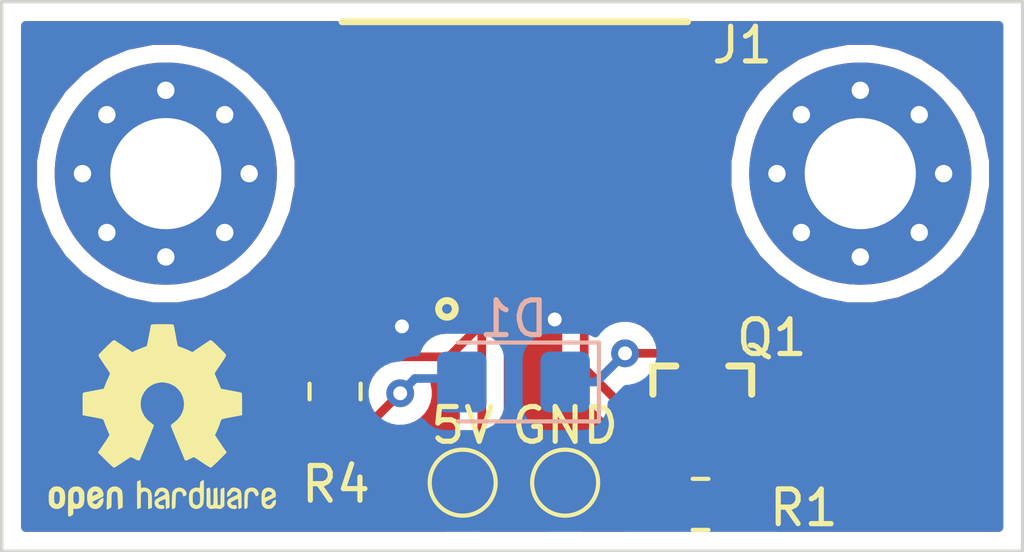
<source format=kicad_pcb>
(kicad_pcb (version 20171130) (host pcbnew "(5.1.8-0-10_14)")

  (general
    (thickness 1.6)
    (drawings 4)
    (tracks 24)
    (zones 0)
    (modules 10)
    (nets 6)
  )

  (page A4)
  (layers
    (0 F.Cu signal)
    (31 B.Cu signal)
    (32 B.Adhes user)
    (33 F.Adhes user)
    (34 B.Paste user)
    (35 F.Paste user)
    (36 B.SilkS user)
    (37 F.SilkS user)
    (38 B.Mask user)
    (39 F.Mask user)
    (40 Dwgs.User user)
    (41 Cmts.User user)
    (42 Eco1.User user)
    (43 Eco2.User user)
    (44 Edge.Cuts user)
    (45 Margin user)
    (46 B.CrtYd user)
    (47 F.CrtYd user)
    (48 B.Fab user)
    (49 F.Fab user hide)
  )

  (setup
    (last_trace_width 0.25)
    (user_trace_width 0.6)
    (trace_clearance 0.2)
    (zone_clearance 0.508)
    (zone_45_only no)
    (trace_min 0.2)
    (via_size 0.8)
    (via_drill 0.4)
    (via_min_size 0.4)
    (via_min_drill 0.3)
    (uvia_size 0.3)
    (uvia_drill 0.1)
    (uvias_allowed no)
    (uvia_min_size 0.2)
    (uvia_min_drill 0.1)
    (edge_width 0.1)
    (segment_width 0.2)
    (pcb_text_width 0.3)
    (pcb_text_size 1.5 1.5)
    (mod_edge_width 0.15)
    (mod_text_size 1 1)
    (mod_text_width 0.15)
    (pad_size 1.524 1.524)
    (pad_drill 0.762)
    (pad_to_mask_clearance 0)
    (aux_axis_origin 0 0)
    (visible_elements FFFFFF7F)
    (pcbplotparams
      (layerselection 0x010fc_ffffffff)
      (usegerberextensions false)
      (usegerberattributes true)
      (usegerberadvancedattributes true)
      (creategerberjobfile true)
      (excludeedgelayer true)
      (linewidth 0.100000)
      (plotframeref false)
      (viasonmask false)
      (mode 1)
      (useauxorigin false)
      (hpglpennumber 1)
      (hpglpenspeed 20)
      (hpglpendiameter 15.000000)
      (psnegative false)
      (psa4output false)
      (plotreference true)
      (plotvalue true)
      (plotinvisibletext false)
      (padsonsilk false)
      (subtractmaskfromsilk false)
      (outputformat 1)
      (mirror false)
      (drillshape 0)
      (scaleselection 1)
      (outputdirectory "Gerber_v0.3_T3.6/"))
  )

  (net 0 "")
  (net 1 GND1)
  (net 2 +5VA)
  (net 3 "Net-(D1-Pad2)")
  (net 4 "Net-(D1-Pad1)")
  (net 5 ODEmitter1)

  (net_class Default "This is the default net class."
    (clearance 0.2)
    (trace_width 0.25)
    (via_dia 0.8)
    (via_drill 0.4)
    (uvia_dia 0.3)
    (uvia_drill 0.1)
    (add_net +5VA)
    (add_net GND1)
    (add_net "Net-(D1-Pad1)")
    (add_net "Net-(D1-Pad2)")
    (add_net ODEmitter1)
  )

  (module Symbol:OSHW-Logo2_7.3x6mm_SilkScreen (layer F.Cu) (tedit 0) (tstamp 6045AB01)
    (at 64.9 126.1)
    (descr "Open Source Hardware Symbol")
    (tags "Logo Symbol OSHW")
    (attr virtual)
    (fp_text reference REF** (at 0 0) (layer F.SilkS) hide
      (effects (font (size 1 1) (thickness 0.15)))
    )
    (fp_text value OSHW-Logo2_7.3x6mm_SilkScreen (at 0.75 0) (layer F.Fab) hide
      (effects (font (size 1 1) (thickness 0.15)))
    )
    (fp_poly (pts (xy -2.400256 1.919918) (xy -2.344799 1.947568) (xy -2.295852 1.99848) (xy -2.282371 2.017338)
      (xy -2.267686 2.042015) (xy -2.258158 2.068816) (xy -2.252707 2.104587) (xy -2.250253 2.156169)
      (xy -2.249714 2.224267) (xy -2.252148 2.317588) (xy -2.260606 2.387657) (xy -2.276826 2.439931)
      (xy -2.302546 2.479869) (xy -2.339503 2.512929) (xy -2.342218 2.514886) (xy -2.37864 2.534908)
      (xy -2.422498 2.544815) (xy -2.478276 2.547257) (xy -2.568952 2.547257) (xy -2.56899 2.635283)
      (xy -2.569834 2.684308) (xy -2.574976 2.713065) (xy -2.588413 2.730311) (xy -2.614142 2.744808)
      (xy -2.620321 2.747769) (xy -2.649236 2.761648) (xy -2.671624 2.770414) (xy -2.688271 2.771171)
      (xy -2.699964 2.761023) (xy -2.70749 2.737073) (xy -2.711634 2.696426) (xy -2.713185 2.636186)
      (xy -2.712929 2.553455) (xy -2.711651 2.445339) (xy -2.711252 2.413) (xy -2.709815 2.301524)
      (xy -2.708528 2.228603) (xy -2.569029 2.228603) (xy -2.568245 2.290499) (xy -2.56476 2.330997)
      (xy -2.556876 2.357708) (xy -2.542895 2.378244) (xy -2.533403 2.38826) (xy -2.494596 2.417567)
      (xy -2.460237 2.419952) (xy -2.424784 2.39575) (xy -2.423886 2.394857) (xy -2.409461 2.376153)
      (xy -2.400687 2.350732) (xy -2.396261 2.311584) (xy -2.394882 2.251697) (xy -2.394857 2.23843)
      (xy -2.398188 2.155901) (xy -2.409031 2.098691) (xy -2.42866 2.063766) (xy -2.45835 2.048094)
      (xy -2.475509 2.046514) (xy -2.516234 2.053926) (xy -2.544168 2.07833) (xy -2.560983 2.12298)
      (xy -2.56835 2.19113) (xy -2.569029 2.228603) (xy -2.708528 2.228603) (xy -2.708292 2.215245)
      (xy -2.706323 2.150333) (xy -2.70355 2.102958) (xy -2.699612 2.06929) (xy -2.694151 2.045498)
      (xy -2.686808 2.027753) (xy -2.677223 2.012224) (xy -2.673113 2.006381) (xy -2.618595 1.951185)
      (xy -2.549664 1.91989) (xy -2.469928 1.911165) (xy -2.400256 1.919918)) (layer F.SilkS) (width 0.01))
    (fp_poly (pts (xy -1.283907 1.92778) (xy -1.237328 1.954723) (xy -1.204943 1.981466) (xy -1.181258 2.009484)
      (xy -1.164941 2.043748) (xy -1.154661 2.089227) (xy -1.149086 2.150892) (xy -1.146884 2.233711)
      (xy -1.146629 2.293246) (xy -1.146629 2.512391) (xy -1.208314 2.540044) (xy -1.27 2.567697)
      (xy -1.277257 2.32767) (xy -1.280256 2.238028) (xy -1.283402 2.172962) (xy -1.287299 2.128026)
      (xy -1.292553 2.09877) (xy -1.299769 2.080748) (xy -1.30955 2.069511) (xy -1.312688 2.067079)
      (xy -1.360239 2.048083) (xy -1.408303 2.0556) (xy -1.436914 2.075543) (xy -1.448553 2.089675)
      (xy -1.456609 2.10822) (xy -1.461729 2.136334) (xy -1.464559 2.179173) (xy -1.465744 2.241895)
      (xy -1.465943 2.307261) (xy -1.465982 2.389268) (xy -1.467386 2.447316) (xy -1.472086 2.486465)
      (xy -1.482013 2.51178) (xy -1.499097 2.528323) (xy -1.525268 2.541156) (xy -1.560225 2.554491)
      (xy -1.598404 2.569007) (xy -1.593859 2.311389) (xy -1.592029 2.218519) (xy -1.589888 2.149889)
      (xy -1.586819 2.100711) (xy -1.582206 2.066198) (xy -1.575432 2.041562) (xy -1.565881 2.022016)
      (xy -1.554366 2.00477) (xy -1.49881 1.94968) (xy -1.43102 1.917822) (xy -1.357287 1.910191)
      (xy -1.283907 1.92778)) (layer F.SilkS) (width 0.01))
    (fp_poly (pts (xy -2.958885 1.921962) (xy -2.890855 1.957733) (xy -2.840649 2.015301) (xy -2.822815 2.052312)
      (xy -2.808937 2.107882) (xy -2.801833 2.178096) (xy -2.80116 2.254727) (xy -2.806573 2.329552)
      (xy -2.81773 2.394342) (xy -2.834286 2.440873) (xy -2.839374 2.448887) (xy -2.899645 2.508707)
      (xy -2.971231 2.544535) (xy -3.048908 2.55502) (xy -3.127452 2.53881) (xy -3.149311 2.529092)
      (xy -3.191878 2.499143) (xy -3.229237 2.459433) (xy -3.232768 2.454397) (xy -3.247119 2.430124)
      (xy -3.256606 2.404178) (xy -3.26221 2.370022) (xy -3.264914 2.321119) (xy -3.265701 2.250935)
      (xy -3.265714 2.2352) (xy -3.265678 2.230192) (xy -3.120571 2.230192) (xy -3.119727 2.29643)
      (xy -3.116404 2.340386) (xy -3.109417 2.368779) (xy -3.097584 2.388325) (xy -3.091543 2.394857)
      (xy -3.056814 2.41968) (xy -3.023097 2.418548) (xy -2.989005 2.397016) (xy -2.968671 2.374029)
      (xy -2.956629 2.340478) (xy -2.949866 2.287569) (xy -2.949402 2.281399) (xy -2.948248 2.185513)
      (xy -2.960312 2.114299) (xy -2.98543 2.068194) (xy -3.02344 2.047635) (xy -3.037008 2.046514)
      (xy -3.072636 2.052152) (xy -3.097006 2.071686) (xy -3.111907 2.109042) (xy -3.119125 2.16815)
      (xy -3.120571 2.230192) (xy -3.265678 2.230192) (xy -3.265174 2.160413) (xy -3.262904 2.108159)
      (xy -3.257932 2.071949) (xy -3.249287 2.045299) (xy -3.235995 2.021722) (xy -3.233057 2.017338)
      (xy -3.183687 1.958249) (xy -3.129891 1.923947) (xy -3.064398 1.910331) (xy -3.042158 1.909665)
      (xy -2.958885 1.921962)) (layer F.SilkS) (width 0.01))
    (fp_poly (pts (xy -1.831697 1.931239) (xy -1.774473 1.969735) (xy -1.730251 2.025335) (xy -1.703833 2.096086)
      (xy -1.69849 2.148162) (xy -1.699097 2.169893) (xy -1.704178 2.186531) (xy -1.718145 2.201437)
      (xy -1.745411 2.217973) (xy -1.790388 2.239498) (xy -1.857489 2.269374) (xy -1.857829 2.269524)
      (xy -1.919593 2.297813) (xy -1.970241 2.322933) (xy -2.004596 2.342179) (xy -2.017482 2.352848)
      (xy -2.017486 2.352934) (xy -2.006128 2.376166) (xy -1.979569 2.401774) (xy -1.949077 2.420221)
      (xy -1.93363 2.423886) (xy -1.891485 2.411212) (xy -1.855192 2.379471) (xy -1.837483 2.344572)
      (xy -1.820448 2.318845) (xy -1.787078 2.289546) (xy -1.747851 2.264235) (xy -1.713244 2.250471)
      (xy -1.706007 2.249714) (xy -1.697861 2.26216) (xy -1.69737 2.293972) (xy -1.703357 2.336866)
      (xy -1.714643 2.382558) (xy -1.73005 2.422761) (xy -1.730829 2.424322) (xy -1.777196 2.489062)
      (xy -1.837289 2.533097) (xy -1.905535 2.554711) (xy -1.976362 2.552185) (xy -2.044196 2.523804)
      (xy -2.047212 2.521808) (xy -2.100573 2.473448) (xy -2.13566 2.410352) (xy -2.155078 2.327387)
      (xy -2.157684 2.304078) (xy -2.162299 2.194055) (xy -2.156767 2.142748) (xy -2.017486 2.142748)
      (xy -2.015676 2.174753) (xy -2.005778 2.184093) (xy -1.981102 2.177105) (xy -1.942205 2.160587)
      (xy -1.898725 2.139881) (xy -1.897644 2.139333) (xy -1.860791 2.119949) (xy -1.846 2.107013)
      (xy -1.849647 2.093451) (xy -1.865005 2.075632) (xy -1.904077 2.049845) (xy -1.946154 2.04795)
      (xy -1.983897 2.066717) (xy -2.009966 2.102915) (xy -2.017486 2.142748) (xy -2.156767 2.142748)
      (xy -2.152806 2.106027) (xy -2.12845 2.036212) (xy -2.094544 1.987302) (xy -2.033347 1.937878)
      (xy -1.965937 1.913359) (xy -1.89712 1.911797) (xy -1.831697 1.931239)) (layer F.SilkS) (width 0.01))
    (fp_poly (pts (xy -0.624114 1.851289) (xy -0.619861 1.910613) (xy -0.614975 1.945572) (xy -0.608205 1.96082)
      (xy -0.598298 1.961015) (xy -0.595086 1.959195) (xy -0.552356 1.946015) (xy -0.496773 1.946785)
      (xy -0.440263 1.960333) (xy -0.404918 1.977861) (xy -0.368679 2.005861) (xy -0.342187 2.037549)
      (xy -0.324001 2.077813) (xy -0.312678 2.131543) (xy -0.306778 2.203626) (xy -0.304857 2.298951)
      (xy -0.304823 2.317237) (xy -0.3048 2.522646) (xy -0.350509 2.53858) (xy -0.382973 2.54942)
      (xy -0.400785 2.554468) (xy -0.401309 2.554514) (xy -0.403063 2.540828) (xy -0.404556 2.503076)
      (xy -0.405674 2.446224) (xy -0.406303 2.375234) (xy -0.4064 2.332073) (xy -0.406602 2.246973)
      (xy -0.407642 2.185981) (xy -0.410169 2.144177) (xy -0.414836 2.116642) (xy -0.422293 2.098456)
      (xy -0.433189 2.084698) (xy -0.439993 2.078073) (xy -0.486728 2.051375) (xy -0.537728 2.049375)
      (xy -0.583999 2.071955) (xy -0.592556 2.080107) (xy -0.605107 2.095436) (xy -0.613812 2.113618)
      (xy -0.619369 2.139909) (xy -0.622474 2.179562) (xy -0.623824 2.237832) (xy -0.624114 2.318173)
      (xy -0.624114 2.522646) (xy -0.669823 2.53858) (xy -0.702287 2.54942) (xy -0.720099 2.554468)
      (xy -0.720623 2.554514) (xy -0.721963 2.540623) (xy -0.723172 2.501439) (xy -0.724199 2.4407)
      (xy -0.724998 2.362141) (xy -0.725519 2.269498) (xy -0.725714 2.166509) (xy -0.725714 1.769342)
      (xy -0.678543 1.749444) (xy -0.631371 1.729547) (xy -0.624114 1.851289)) (layer F.SilkS) (width 0.01))
    (fp_poly (pts (xy 0.039744 1.950968) (xy 0.096616 1.972087) (xy 0.097267 1.972493) (xy 0.13244 1.99838)
      (xy 0.158407 2.028633) (xy 0.17667 2.068058) (xy 0.188732 2.121462) (xy 0.196096 2.193651)
      (xy 0.200264 2.289432) (xy 0.200629 2.303078) (xy 0.205876 2.508842) (xy 0.161716 2.531678)
      (xy 0.129763 2.54711) (xy 0.11047 2.554423) (xy 0.109578 2.554514) (xy 0.106239 2.541022)
      (xy 0.103587 2.504626) (xy 0.101956 2.451452) (xy 0.1016 2.408393) (xy 0.101592 2.338641)
      (xy 0.098403 2.294837) (xy 0.087288 2.273944) (xy 0.063501 2.272925) (xy 0.022296 2.288741)
      (xy -0.039914 2.317815) (xy -0.085659 2.341963) (xy -0.109187 2.362913) (xy -0.116104 2.385747)
      (xy -0.116114 2.386877) (xy -0.104701 2.426212) (xy -0.070908 2.447462) (xy -0.019191 2.450539)
      (xy 0.018061 2.450006) (xy 0.037703 2.460735) (xy 0.049952 2.486505) (xy 0.057002 2.519337)
      (xy 0.046842 2.537966) (xy 0.043017 2.540632) (xy 0.007001 2.55134) (xy -0.043434 2.552856)
      (xy -0.095374 2.545759) (xy -0.132178 2.532788) (xy -0.183062 2.489585) (xy -0.211986 2.429446)
      (xy -0.217714 2.382462) (xy -0.213343 2.340082) (xy -0.197525 2.305488) (xy -0.166203 2.274763)
      (xy -0.115322 2.24399) (xy -0.040824 2.209252) (xy -0.036286 2.207288) (xy 0.030821 2.176287)
      (xy 0.072232 2.150862) (xy 0.089981 2.128014) (xy 0.086107 2.104745) (xy 0.062643 2.078056)
      (xy 0.055627 2.071914) (xy 0.00863 2.0481) (xy -0.040067 2.049103) (xy -0.082478 2.072451)
      (xy -0.110616 2.115675) (xy -0.113231 2.12416) (xy -0.138692 2.165308) (xy -0.170999 2.185128)
      (xy -0.217714 2.20477) (xy -0.217714 2.15395) (xy -0.203504 2.080082) (xy -0.161325 2.012327)
      (xy -0.139376 1.989661) (xy -0.089483 1.960569) (xy -0.026033 1.9474) (xy 0.039744 1.950968)) (layer F.SilkS) (width 0.01))
    (fp_poly (pts (xy 0.529926 1.949755) (xy 0.595858 1.974084) (xy 0.649273 2.017117) (xy 0.670164 2.047409)
      (xy 0.692939 2.102994) (xy 0.692466 2.143186) (xy 0.668562 2.170217) (xy 0.659717 2.174813)
      (xy 0.62153 2.189144) (xy 0.602028 2.185472) (xy 0.595422 2.161407) (xy 0.595086 2.148114)
      (xy 0.582992 2.09921) (xy 0.551471 2.064999) (xy 0.507659 2.048476) (xy 0.458695 2.052634)
      (xy 0.418894 2.074227) (xy 0.40545 2.086544) (xy 0.395921 2.101487) (xy 0.389485 2.124075)
      (xy 0.385317 2.159328) (xy 0.382597 2.212266) (xy 0.380502 2.287907) (xy 0.37996 2.311857)
      (xy 0.377981 2.39379) (xy 0.375731 2.451455) (xy 0.372357 2.489608) (xy 0.367006 2.513004)
      (xy 0.358824 2.526398) (xy 0.346959 2.534545) (xy 0.339362 2.538144) (xy 0.307102 2.550452)
      (xy 0.288111 2.554514) (xy 0.281836 2.540948) (xy 0.278006 2.499934) (xy 0.2766 2.430999)
      (xy 0.277598 2.333669) (xy 0.277908 2.318657) (xy 0.280101 2.229859) (xy 0.282693 2.165019)
      (xy 0.286382 2.119067) (xy 0.291864 2.086935) (xy 0.299835 2.063553) (xy 0.310993 2.043852)
      (xy 0.31683 2.03541) (xy 0.350296 1.998057) (xy 0.387727 1.969003) (xy 0.392309 1.966467)
      (xy 0.459426 1.946443) (xy 0.529926 1.949755)) (layer F.SilkS) (width 0.01))
    (fp_poly (pts (xy 1.190117 2.065358) (xy 1.189933 2.173837) (xy 1.189219 2.257287) (xy 1.187675 2.319704)
      (xy 1.185001 2.365085) (xy 1.180894 2.397429) (xy 1.175055 2.420733) (xy 1.167182 2.438995)
      (xy 1.161221 2.449418) (xy 1.111855 2.505945) (xy 1.049264 2.541377) (xy 0.980013 2.55409)
      (xy 0.910668 2.542463) (xy 0.869375 2.521568) (xy 0.826025 2.485422) (xy 0.796481 2.441276)
      (xy 0.778655 2.383462) (xy 0.770463 2.306313) (xy 0.769302 2.249714) (xy 0.769458 2.245647)
      (xy 0.870857 2.245647) (xy 0.871476 2.31055) (xy 0.874314 2.353514) (xy 0.88084 2.381622)
      (xy 0.892523 2.401953) (xy 0.906483 2.417288) (xy 0.953365 2.44689) (xy 1.003701 2.449419)
      (xy 1.051276 2.424705) (xy 1.054979 2.421356) (xy 1.070783 2.403935) (xy 1.080693 2.383209)
      (xy 1.086058 2.352362) (xy 1.088228 2.304577) (xy 1.088571 2.251748) (xy 1.087827 2.185381)
      (xy 1.084748 2.141106) (xy 1.078061 2.112009) (xy 1.066496 2.091173) (xy 1.057013 2.080107)
      (xy 1.01296 2.052198) (xy 0.962224 2.048843) (xy 0.913796 2.070159) (xy 0.90445 2.078073)
      (xy 0.88854 2.095647) (xy 0.87861 2.116587) (xy 0.873278 2.147782) (xy 0.871163 2.196122)
      (xy 0.870857 2.245647) (xy 0.769458 2.245647) (xy 0.77281 2.158568) (xy 0.784726 2.090086)
      (xy 0.807135 2.0386) (xy 0.842124 1.998443) (xy 0.869375 1.977861) (xy 0.918907 1.955625)
      (xy 0.976316 1.945304) (xy 1.029682 1.948067) (xy 1.059543 1.959212) (xy 1.071261 1.962383)
      (xy 1.079037 1.950557) (xy 1.084465 1.918866) (xy 1.088571 1.870593) (xy 1.093067 1.816829)
      (xy 1.099313 1.784482) (xy 1.110676 1.765985) (xy 1.130528 1.75377) (xy 1.143 1.748362)
      (xy 1.190171 1.728601) (xy 1.190117 2.065358)) (layer F.SilkS) (width 0.01))
    (fp_poly (pts (xy 1.779833 1.958663) (xy 1.782048 1.99685) (xy 1.783784 2.054886) (xy 1.784899 2.12818)
      (xy 1.785257 2.205055) (xy 1.785257 2.465196) (xy 1.739326 2.511127) (xy 1.707675 2.539429)
      (xy 1.67989 2.550893) (xy 1.641915 2.550168) (xy 1.62684 2.548321) (xy 1.579726 2.542948)
      (xy 1.540756 2.539869) (xy 1.531257 2.539585) (xy 1.499233 2.541445) (xy 1.453432 2.546114)
      (xy 1.435674 2.548321) (xy 1.392057 2.551735) (xy 1.362745 2.54432) (xy 1.33368 2.521427)
      (xy 1.323188 2.511127) (xy 1.277257 2.465196) (xy 1.277257 1.978602) (xy 1.314226 1.961758)
      (xy 1.346059 1.949282) (xy 1.364683 1.944914) (xy 1.369458 1.958718) (xy 1.373921 1.997286)
      (xy 1.377775 2.056356) (xy 1.380722 2.131663) (xy 1.382143 2.195286) (xy 1.386114 2.445657)
      (xy 1.420759 2.450556) (xy 1.452268 2.447131) (xy 1.467708 2.436041) (xy 1.472023 2.415308)
      (xy 1.475708 2.371145) (xy 1.478469 2.309146) (xy 1.480012 2.234909) (xy 1.480235 2.196706)
      (xy 1.480457 1.976783) (xy 1.526166 1.960849) (xy 1.558518 1.950015) (xy 1.576115 1.944962)
      (xy 1.576623 1.944914) (xy 1.578388 1.958648) (xy 1.580329 1.99673) (xy 1.582282 2.054482)
      (xy 1.584084 2.127227) (xy 1.585343 2.195286) (xy 1.589314 2.445657) (xy 1.6764 2.445657)
      (xy 1.680396 2.21724) (xy 1.684392 1.988822) (xy 1.726847 1.966868) (xy 1.758192 1.951793)
      (xy 1.776744 1.944951) (xy 1.777279 1.944914) (xy 1.779833 1.958663)) (layer F.SilkS) (width 0.01))
    (fp_poly (pts (xy 2.144876 1.956335) (xy 2.186667 1.975344) (xy 2.219469 1.998378) (xy 2.243503 2.024133)
      (xy 2.260097 2.057358) (xy 2.270577 2.1028) (xy 2.276271 2.165207) (xy 2.278507 2.249327)
      (xy 2.278743 2.304721) (xy 2.278743 2.520826) (xy 2.241774 2.53767) (xy 2.212656 2.549981)
      (xy 2.198231 2.554514) (xy 2.195472 2.541025) (xy 2.193282 2.504653) (xy 2.191942 2.451542)
      (xy 2.191657 2.409372) (xy 2.190434 2.348447) (xy 2.187136 2.300115) (xy 2.182321 2.270518)
      (xy 2.178496 2.264229) (xy 2.152783 2.270652) (xy 2.112418 2.287125) (xy 2.065679 2.309458)
      (xy 2.020845 2.333457) (xy 1.986193 2.35493) (xy 1.970002 2.369685) (xy 1.969938 2.369845)
      (xy 1.97133 2.397152) (xy 1.983818 2.423219) (xy 2.005743 2.444392) (xy 2.037743 2.451474)
      (xy 2.065092 2.450649) (xy 2.103826 2.450042) (xy 2.124158 2.459116) (xy 2.136369 2.483092)
      (xy 2.137909 2.487613) (xy 2.143203 2.521806) (xy 2.129047 2.542568) (xy 2.092148 2.552462)
      (xy 2.052289 2.554292) (xy 1.980562 2.540727) (xy 1.943432 2.521355) (xy 1.897576 2.475845)
      (xy 1.873256 2.419983) (xy 1.871073 2.360957) (xy 1.891629 2.305953) (xy 1.922549 2.271486)
      (xy 1.95342 2.252189) (xy 2.001942 2.227759) (xy 2.058485 2.202985) (xy 2.06791 2.199199)
      (xy 2.130019 2.171791) (xy 2.165822 2.147634) (xy 2.177337 2.123619) (xy 2.16658 2.096635)
      (xy 2.148114 2.075543) (xy 2.104469 2.049572) (xy 2.056446 2.047624) (xy 2.012406 2.067637)
      (xy 1.980709 2.107551) (xy 1.976549 2.117848) (xy 1.952327 2.155724) (xy 1.916965 2.183842)
      (xy 1.872343 2.206917) (xy 1.872343 2.141485) (xy 1.874969 2.101506) (xy 1.88623 2.069997)
      (xy 1.911199 2.036378) (xy 1.935169 2.010484) (xy 1.972441 1.973817) (xy 2.001401 1.954121)
      (xy 2.032505 1.94622) (xy 2.067713 1.944914) (xy 2.144876 1.956335)) (layer F.SilkS) (width 0.01))
    (fp_poly (pts (xy 2.6526 1.958752) (xy 2.669948 1.966334) (xy 2.711356 1.999128) (xy 2.746765 2.046547)
      (xy 2.768664 2.097151) (xy 2.772229 2.122098) (xy 2.760279 2.156927) (xy 2.734067 2.175357)
      (xy 2.705964 2.186516) (xy 2.693095 2.188572) (xy 2.686829 2.173649) (xy 2.674456 2.141175)
      (xy 2.669028 2.126502) (xy 2.63859 2.075744) (xy 2.59452 2.050427) (xy 2.53801 2.051206)
      (xy 2.533825 2.052203) (xy 2.503655 2.066507) (xy 2.481476 2.094393) (xy 2.466327 2.139287)
      (xy 2.45725 2.204615) (xy 2.453286 2.293804) (xy 2.452914 2.341261) (xy 2.45273 2.416071)
      (xy 2.451522 2.467069) (xy 2.448309 2.499471) (xy 2.442109 2.518495) (xy 2.43194 2.529356)
      (xy 2.416819 2.537272) (xy 2.415946 2.53767) (xy 2.386828 2.549981) (xy 2.372403 2.554514)
      (xy 2.370186 2.540809) (xy 2.368289 2.502925) (xy 2.366847 2.445715) (xy 2.365998 2.374027)
      (xy 2.365829 2.321565) (xy 2.366692 2.220047) (xy 2.37007 2.143032) (xy 2.377142 2.086023)
      (xy 2.389088 2.044526) (xy 2.40709 2.014043) (xy 2.432327 1.99008) (xy 2.457247 1.973355)
      (xy 2.517171 1.951097) (xy 2.586911 1.946076) (xy 2.6526 1.958752)) (layer F.SilkS) (width 0.01))
    (fp_poly (pts (xy 3.153595 1.966966) (xy 3.211021 2.004497) (xy 3.238719 2.038096) (xy 3.260662 2.099064)
      (xy 3.262405 2.147308) (xy 3.258457 2.211816) (xy 3.109686 2.276934) (xy 3.037349 2.310202)
      (xy 2.990084 2.336964) (xy 2.965507 2.360144) (xy 2.961237 2.382667) (xy 2.974889 2.407455)
      (xy 2.989943 2.423886) (xy 3.033746 2.450235) (xy 3.081389 2.452081) (xy 3.125145 2.431546)
      (xy 3.157289 2.390752) (xy 3.163038 2.376347) (xy 3.190576 2.331356) (xy 3.222258 2.312182)
      (xy 3.265714 2.295779) (xy 3.265714 2.357966) (xy 3.261872 2.400283) (xy 3.246823 2.435969)
      (xy 3.21528 2.476943) (xy 3.210592 2.482267) (xy 3.175506 2.51872) (xy 3.145347 2.538283)
      (xy 3.107615 2.547283) (xy 3.076335 2.55023) (xy 3.020385 2.550965) (xy 2.980555 2.54166)
      (xy 2.955708 2.527846) (xy 2.916656 2.497467) (xy 2.889625 2.464613) (xy 2.872517 2.423294)
      (xy 2.863238 2.367521) (xy 2.859693 2.291305) (xy 2.85941 2.252622) (xy 2.860372 2.206247)
      (xy 2.948007 2.206247) (xy 2.949023 2.231126) (xy 2.951556 2.2352) (xy 2.968274 2.229665)
      (xy 3.004249 2.215017) (xy 3.052331 2.19419) (xy 3.062386 2.189714) (xy 3.123152 2.158814)
      (xy 3.156632 2.131657) (xy 3.16399 2.10622) (xy 3.146391 2.080481) (xy 3.131856 2.069109)
      (xy 3.07941 2.046364) (xy 3.030322 2.050122) (xy 2.989227 2.077884) (xy 2.960758 2.127152)
      (xy 2.951631 2.166257) (xy 2.948007 2.206247) (xy 2.860372 2.206247) (xy 2.861285 2.162249)
      (xy 2.868196 2.095384) (xy 2.881884 2.046695) (xy 2.904096 2.010849) (xy 2.936574 1.982513)
      (xy 2.950733 1.973355) (xy 3.015053 1.949507) (xy 3.085473 1.948006) (xy 3.153595 1.966966)) (layer F.SilkS) (width 0.01))
    (fp_poly (pts (xy 0.10391 -2.757652) (xy 0.182454 -2.757222) (xy 0.239298 -2.756058) (xy 0.278105 -2.753793)
      (xy 0.302538 -2.75006) (xy 0.316262 -2.744494) (xy 0.32294 -2.736727) (xy 0.326236 -2.726395)
      (xy 0.326556 -2.725057) (xy 0.331562 -2.700921) (xy 0.340829 -2.653299) (xy 0.353392 -2.587259)
      (xy 0.368287 -2.507872) (xy 0.384551 -2.420204) (xy 0.385119 -2.417125) (xy 0.40141 -2.331211)
      (xy 0.416652 -2.255304) (xy 0.429861 -2.193955) (xy 0.440054 -2.151718) (xy 0.446248 -2.133145)
      (xy 0.446543 -2.132816) (xy 0.464788 -2.123747) (xy 0.502405 -2.108633) (xy 0.551271 -2.090738)
      (xy 0.551543 -2.090642) (xy 0.613093 -2.067507) (xy 0.685657 -2.038035) (xy 0.754057 -2.008403)
      (xy 0.757294 -2.006938) (xy 0.868702 -1.956374) (xy 1.115399 -2.12484) (xy 1.191077 -2.176197)
      (xy 1.259631 -2.222111) (xy 1.317088 -2.25997) (xy 1.359476 -2.287163) (xy 1.382825 -2.301079)
      (xy 1.385042 -2.302111) (xy 1.40201 -2.297516) (xy 1.433701 -2.275345) (xy 1.481352 -2.234553)
      (xy 1.546198 -2.174095) (xy 1.612397 -2.109773) (xy 1.676214 -2.046388) (xy 1.733329 -1.988549)
      (xy 1.780305 -1.939825) (xy 1.813703 -1.90379) (xy 1.830085 -1.884016) (xy 1.830694 -1.882998)
      (xy 1.832505 -1.869428) (xy 1.825683 -1.847267) (xy 1.80854 -1.813522) (xy 1.779393 -1.7652)
      (xy 1.736555 -1.699308) (xy 1.679448 -1.614483) (xy 1.628766 -1.539823) (xy 1.583461 -1.47286)
      (xy 1.54615 -1.417484) (xy 1.519452 -1.37758) (xy 1.505985 -1.357038) (xy 1.505137 -1.355644)
      (xy 1.506781 -1.335962) (xy 1.519245 -1.297707) (xy 1.540048 -1.248111) (xy 1.547462 -1.232272)
      (xy 1.579814 -1.16171) (xy 1.614328 -1.081647) (xy 1.642365 -1.012371) (xy 1.662568 -0.960955)
      (xy 1.678615 -0.921881) (xy 1.687888 -0.901459) (xy 1.689041 -0.899886) (xy 1.706096 -0.897279)
      (xy 1.746298 -0.890137) (xy 1.804302 -0.879477) (xy 1.874763 -0.866315) (xy 1.952335 -0.851667)
      (xy 2.031672 -0.836551) (xy 2.107431 -0.821982) (xy 2.174264 -0.808978) (xy 2.226828 -0.798555)
      (xy 2.259776 -0.79173) (xy 2.267857 -0.789801) (xy 2.276205 -0.785038) (xy 2.282506 -0.774282)
      (xy 2.287045 -0.753902) (xy 2.290104 -0.720266) (xy 2.291967 -0.669745) (xy 2.292918 -0.598708)
      (xy 2.29324 -0.503524) (xy 2.293257 -0.464508) (xy 2.293257 -0.147201) (xy 2.217057 -0.132161)
      (xy 2.174663 -0.124005) (xy 2.1114 -0.112101) (xy 2.034962 -0.097884) (xy 1.953043 -0.08279)
      (xy 1.9304 -0.078645) (xy 1.854806 -0.063947) (xy 1.788953 -0.049495) (xy 1.738366 -0.036625)
      (xy 1.708574 -0.026678) (xy 1.703612 -0.023713) (xy 1.691426 -0.002717) (xy 1.673953 0.037967)
      (xy 1.654577 0.090322) (xy 1.650734 0.1016) (xy 1.625339 0.171523) (xy 1.593817 0.250418)
      (xy 1.562969 0.321266) (xy 1.562817 0.321595) (xy 1.511447 0.432733) (xy 1.680399 0.681253)
      (xy 1.849352 0.929772) (xy 1.632429 1.147058) (xy 1.566819 1.211726) (xy 1.506979 1.268733)
      (xy 1.456267 1.315033) (xy 1.418046 1.347584) (xy 1.395675 1.363343) (xy 1.392466 1.364343)
      (xy 1.373626 1.356469) (xy 1.33518 1.334578) (xy 1.28133 1.301267) (xy 1.216276 1.259131)
      (xy 1.14594 1.211943) (xy 1.074555 1.16381) (xy 1.010908 1.121928) (xy 0.959041 1.088871)
      (xy 0.922995 1.067218) (xy 0.906867 1.059543) (xy 0.887189 1.066037) (xy 0.849875 1.08315)
      (xy 0.802621 1.107326) (xy 0.797612 1.110013) (xy 0.733977 1.141927) (xy 0.690341 1.157579)
      (xy 0.663202 1.157745) (xy 0.649057 1.143204) (xy 0.648975 1.143) (xy 0.641905 1.125779)
      (xy 0.625042 1.084899) (xy 0.599695 1.023525) (xy 0.567171 0.944819) (xy 0.528778 0.851947)
      (xy 0.485822 0.748072) (xy 0.444222 0.647502) (xy 0.398504 0.536516) (xy 0.356526 0.433703)
      (xy 0.319548 0.342215) (xy 0.288827 0.265201) (xy 0.265622 0.205815) (xy 0.25119 0.167209)
      (xy 0.246743 0.1528) (xy 0.257896 0.136272) (xy 0.287069 0.10993) (xy 0.325971 0.080887)
      (xy 0.436757 -0.010961) (xy 0.523351 -0.116241) (xy 0.584716 -0.232734) (xy 0.619815 -0.358224)
      (xy 0.627608 -0.490493) (xy 0.621943 -0.551543) (xy 0.591078 -0.678205) (xy 0.53792 -0.790059)
      (xy 0.465767 -0.885999) (xy 0.377917 -0.964924) (xy 0.277665 -1.02573) (xy 0.16831 -1.067313)
      (xy 0.053147 -1.088572) (xy -0.064525 -1.088401) (xy -0.18141 -1.065699) (xy -0.294211 -1.019362)
      (xy -0.399631 -0.948287) (xy -0.443632 -0.908089) (xy -0.528021 -0.804871) (xy -0.586778 -0.692075)
      (xy -0.620296 -0.57299) (xy -0.628965 -0.450905) (xy -0.613177 -0.329107) (xy -0.573322 -0.210884)
      (xy -0.509793 -0.099525) (xy -0.422979 0.001684) (xy -0.325971 0.080887) (xy -0.285563 0.111162)
      (xy -0.257018 0.137219) (xy -0.246743 0.152825) (xy -0.252123 0.169843) (xy -0.267425 0.2105)
      (xy -0.291388 0.271642) (xy -0.322756 0.350119) (xy -0.360268 0.44278) (xy -0.402667 0.546472)
      (xy -0.444337 0.647526) (xy -0.49031 0.758607) (xy -0.532893 0.861541) (xy -0.570779 0.953165)
      (xy -0.60266 1.030316) (xy -0.627229 1.089831) (xy -0.64318 1.128544) (xy -0.64909 1.143)
      (xy -0.663052 1.157685) (xy -0.69006 1.157642) (xy -0.733587 1.142099) (xy -0.79711 1.110284)
      (xy -0.797612 1.110013) (xy -0.84544 1.085323) (xy -0.884103 1.067338) (xy -0.905905 1.059614)
      (xy -0.906867 1.059543) (xy -0.923279 1.067378) (xy -0.959513 1.089165) (xy -1.011526 1.122328)
      (xy -1.075275 1.164291) (xy -1.14594 1.211943) (xy -1.217884 1.260191) (xy -1.282726 1.302151)
      (xy -1.336265 1.335227) (xy -1.374303 1.356821) (xy -1.392467 1.364343) (xy -1.409192 1.354457)
      (xy -1.44282 1.326826) (xy -1.48999 1.284495) (xy -1.547342 1.230505) (xy -1.611516 1.167899)
      (xy -1.632503 1.146983) (xy -1.849501 0.929623) (xy -1.684332 0.68722) (xy -1.634136 0.612781)
      (xy -1.590081 0.545972) (xy -1.554638 0.490665) (xy -1.530281 0.450729) (xy -1.519478 0.430036)
      (xy -1.519162 0.428563) (xy -1.524857 0.409058) (xy -1.540174 0.369822) (xy -1.562463 0.31743)
      (xy -1.578107 0.282355) (xy -1.607359 0.215201) (xy -1.634906 0.147358) (xy -1.656263 0.090034)
      (xy -1.662065 0.072572) (xy -1.678548 0.025938) (xy -1.69466 -0.010095) (xy -1.70351 -0.023713)
      (xy -1.72304 -0.032048) (xy -1.765666 -0.043863) (xy -1.825855 -0.057819) (xy -1.898078 -0.072578)
      (xy -1.9304 -0.078645) (xy -2.012478 -0.093727) (xy -2.091205 -0.108331) (xy -2.158891 -0.12102)
      (xy -2.20784 -0.130358) (xy -2.217057 -0.132161) (xy -2.293257 -0.147201) (xy -2.293257 -0.464508)
      (xy -2.293086 -0.568846) (xy -2.292384 -0.647787) (xy -2.290866 -0.704962) (xy -2.288251 -0.744001)
      (xy -2.284254 -0.768535) (xy -2.278591 -0.782195) (xy -2.27098 -0.788611) (xy -2.267857 -0.789801)
      (xy -2.249022 -0.79402) (xy -2.207412 -0.802438) (xy -2.14837 -0.814039) (xy -2.077243 -0.827805)
      (xy -1.999375 -0.84272) (xy -1.920113 -0.857768) (xy -1.844802 -0.871931) (xy -1.778787 -0.884194)
      (xy -1.727413 -0.893539) (xy -1.696025 -0.89895) (xy -1.689041 -0.899886) (xy -1.682715 -0.912404)
      (xy -1.66871 -0.945754) (xy -1.649645 -0.993623) (xy -1.642366 -1.012371) (xy -1.613004 -1.084805)
      (xy -1.578429 -1.16483) (xy -1.547463 -1.232272) (xy -1.524677 -1.283841) (xy -1.509518 -1.326215)
      (xy -1.504458 -1.352166) (xy -1.505264 -1.355644) (xy -1.515959 -1.372064) (xy -1.54038 -1.408583)
      (xy -1.575905 -1.461313) (xy -1.619913 -1.526365) (xy -1.669783 -1.599849) (xy -1.679644 -1.614355)
      (xy -1.737508 -1.700296) (xy -1.780044 -1.765739) (xy -1.808946 -1.813696) (xy -1.82591 -1.84718)
      (xy -1.832633 -1.869205) (xy -1.83081 -1.882783) (xy -1.830764 -1.882869) (xy -1.816414 -1.900703)
      (xy -1.784677 -1.935183) (xy -1.73899 -1.982732) (xy -1.682796 -2.039778) (xy -1.619532 -2.102745)
      (xy -1.612398 -2.109773) (xy -1.53267 -2.18698) (xy -1.471143 -2.24367) (xy -1.426579 -2.28089)
      (xy -1.397743 -2.299685) (xy -1.385042 -2.302111) (xy -1.366506 -2.291529) (xy -1.328039 -2.267084)
      (xy -1.273614 -2.231388) (xy -1.207202 -2.187053) (xy -1.132775 -2.136689) (xy -1.115399 -2.12484)
      (xy -0.868703 -1.956374) (xy -0.757294 -2.006938) (xy -0.689543 -2.036405) (xy -0.616817 -2.066041)
      (xy -0.554297 -2.08967) (xy -0.551543 -2.090642) (xy -0.50264 -2.108543) (xy -0.464943 -2.12368)
      (xy -0.446575 -2.13279) (xy -0.446544 -2.132816) (xy -0.440715 -2.149283) (xy -0.430808 -2.189781)
      (xy -0.417805 -2.249758) (xy -0.402691 -2.32466) (xy -0.386448 -2.409936) (xy -0.385119 -2.417125)
      (xy -0.368825 -2.504986) (xy -0.353867 -2.58474) (xy -0.341209 -2.651319) (xy -0.331814 -2.699653)
      (xy -0.326646 -2.724675) (xy -0.326556 -2.725057) (xy -0.323411 -2.735701) (xy -0.317296 -2.743738)
      (xy -0.304547 -2.749533) (xy -0.2815 -2.753453) (xy -0.244491 -2.755865) (xy -0.189856 -2.757135)
      (xy -0.113933 -2.757629) (xy -0.013056 -2.757714) (xy 0 -2.757714) (xy 0.10391 -2.757652)) (layer F.SilkS) (width 0.01))
  )

  (module MountingHole:MountingHole_3.2mm_M3_Pad_Via (layer F.Cu) (tedit 56DDBCCA) (tstamp 60457C9A)
    (at 65 119)
    (descr "Mounting Hole 3.2mm, M3")
    (tags "mounting hole 3.2mm m3")
    (attr virtual)
    (fp_text reference REF** (at 0 -4.2) (layer F.SilkS) hide
      (effects (font (size 1 1) (thickness 0.15)))
    )
    (fp_text value MountingHole_3.2mm_M3_Pad_Via (at 0 4.2) (layer F.Fab)
      (effects (font (size 1 1) (thickness 0.15)))
    )
    (fp_circle (center 0 0) (end 3.2 0) (layer Cmts.User) (width 0.15))
    (fp_circle (center 0 0) (end 3.45 0) (layer F.CrtYd) (width 0.05))
    (fp_text user %R (at 0.3 0) (layer F.Fab)
      (effects (font (size 1 1) (thickness 0.15)))
    )
    (pad 1 thru_hole circle (at 0 0) (size 6.4 6.4) (drill 3.2) (layers *.Cu *.Mask))
    (pad 1 thru_hole circle (at 2.4 0) (size 0.8 0.8) (drill 0.5) (layers *.Cu *.Mask))
    (pad 1 thru_hole circle (at 1.697056 1.697056) (size 0.8 0.8) (drill 0.5) (layers *.Cu *.Mask))
    (pad 1 thru_hole circle (at 0 2.4) (size 0.8 0.8) (drill 0.5) (layers *.Cu *.Mask))
    (pad 1 thru_hole circle (at -1.697056 1.697056) (size 0.8 0.8) (drill 0.5) (layers *.Cu *.Mask))
    (pad 1 thru_hole circle (at -2.4 0) (size 0.8 0.8) (drill 0.5) (layers *.Cu *.Mask))
    (pad 1 thru_hole circle (at -1.697056 -1.697056) (size 0.8 0.8) (drill 0.5) (layers *.Cu *.Mask))
    (pad 1 thru_hole circle (at 0 -2.4) (size 0.8 0.8) (drill 0.5) (layers *.Cu *.Mask))
    (pad 1 thru_hole circle (at 1.697056 -1.697056) (size 0.8 0.8) (drill 0.5) (layers *.Cu *.Mask))
  )

  (module MountingHole:MountingHole_3.2mm_M3_Pad_Via (layer F.Cu) (tedit 56DDBCCA) (tstamp 60457C89)
    (at 85 119)
    (descr "Mounting Hole 3.2mm, M3")
    (tags "mounting hole 3.2mm m3")
    (attr virtual)
    (fp_text reference REF** (at 0 -4.2) (layer F.SilkS) hide
      (effects (font (size 1 1) (thickness 0.15)))
    )
    (fp_text value MountingHole_3.2mm_M3_Pad_Via (at 0 4.2) (layer F.Fab)
      (effects (font (size 1 1) (thickness 0.15)))
    )
    (fp_circle (center 0 0) (end 3.2 0) (layer Cmts.User) (width 0.15))
    (fp_circle (center 0 0) (end 3.45 0) (layer F.CrtYd) (width 0.05))
    (fp_text user %R (at 0.3 0) (layer F.Fab)
      (effects (font (size 1 1) (thickness 0.15)))
    )
    (pad 1 thru_hole circle (at 1.697056 -1.697056) (size 0.8 0.8) (drill 0.5) (layers *.Cu *.Mask))
    (pad 1 thru_hole circle (at 0 -2.4) (size 0.8 0.8) (drill 0.5) (layers *.Cu *.Mask))
    (pad 1 thru_hole circle (at -1.697056 -1.697056) (size 0.8 0.8) (drill 0.5) (layers *.Cu *.Mask))
    (pad 1 thru_hole circle (at -2.4 0) (size 0.8 0.8) (drill 0.5) (layers *.Cu *.Mask))
    (pad 1 thru_hole circle (at -1.697056 1.697056) (size 0.8 0.8) (drill 0.5) (layers *.Cu *.Mask))
    (pad 1 thru_hole circle (at 0 2.4) (size 0.8 0.8) (drill 0.5) (layers *.Cu *.Mask))
    (pad 1 thru_hole circle (at 1.697056 1.697056) (size 0.8 0.8) (drill 0.5) (layers *.Cu *.Mask))
    (pad 1 thru_hole circle (at 2.4 0) (size 0.8 0.8) (drill 0.5) (layers *.Cu *.Mask))
    (pad 1 thru_hole circle (at 0 0) (size 6.4 6.4) (drill 3.2) (layers *.Cu *.Mask))
  )

  (module "Additional-parts:JST_B3B-PH-SM4-TB(LF)(SN)" (layer F.Cu) (tedit 604404D1) (tstamp 60454FF7)
    (at 75.05 117.125)
    (path /6075237C)
    (fp_text reference J1 (at 6.55 -1.825) (layer F.SilkS)
      (effects (font (size 1 1) (thickness 0.15)))
    )
    (fp_text value "B3B-PH-SM4-TB(LF)(SN)" (at 9.85321 6.90176) (layer F.Fab)
      (effects (font (size 1.000835 1.000835) (thickness 0.015)))
    )
    (fp_line (start -4.975 -2.5) (end 4.975 -2.5) (layer F.SilkS) (width 0.2))
    (fp_line (start 4.975 -2.5) (end 4.975 2.5) (layer F.Fab) (width 0.2))
    (fp_line (start 4.975 2.5) (end -4.975 2.5) (layer F.Fab) (width 0.2))
    (fp_line (start -4.975 2.5) (end -4.975 -2.5) (layer F.Fab) (width 0.2))
    (fp_line (start -5.45 -2.75) (end 5.45 -2.75) (layer F.CrtYd) (width 0.05))
    (fp_line (start 5.45 -2.75) (end 5.45 5.25) (layer F.CrtYd) (width 0.05))
    (fp_line (start 5.45 5.25) (end -5.45 5.25) (layer F.CrtYd) (width 0.05))
    (fp_line (start -5.45 5.25) (end -5.45 -2.75) (layer F.CrtYd) (width 0.05))
    (fp_circle (center -1.953 5.77) (end -1.713 5.77) (layer F.SilkS) (width 0.2))
    (pad 5 smd rect (at -4.4 0) (size 1.6 3) (layers F.Cu F.Paste F.Mask))
    (pad 4 smd rect (at 4.4 0) (size 1.6 3) (layers F.Cu F.Paste F.Mask))
    (pad 3 smd rect (at 2 2.25) (size 1 5.5) (layers F.Cu F.Paste F.Mask)
      (net 5 ODEmitter1))
    (pad 2 smd rect (at 0 2.25) (size 1 5.5) (layers F.Cu F.Paste F.Mask)
      (net 2 +5VA))
    (pad 1 smd rect (at -2 2.25) (size 1 5.5) (layers F.Cu F.Paste F.Mask)
      (net 1 GND1))
  )

  (module TestPoint:TestPoint_Pad_D1.5mm (layer F.Cu) (tedit 5A0F774F) (tstamp 6043EE61)
    (at 73.55 127.9)
    (descr "SMD pad as test Point, diameter 1.5mm")
    (tags "test point SMD pad")
    (path /6047A0A5)
    (attr virtual)
    (fp_text reference 5V (at 0 -1.648) (layer F.SilkS)
      (effects (font (size 1 1) (thickness 0.15)))
    )
    (fp_text value 5VA (at 0 1.75) (layer F.Fab)
      (effects (font (size 1 1) (thickness 0.15)))
    )
    (fp_circle (center 0 0) (end 1.25 0) (layer F.CrtYd) (width 0.05))
    (fp_circle (center 0 0) (end 0 0.95) (layer F.SilkS) (width 0.12))
    (fp_text user %R (at 0 -1.65) (layer F.Fab)
      (effects (font (size 1 1) (thickness 0.15)))
    )
    (pad 1 smd circle (at 0 0) (size 1.5 1.5) (layers F.Cu F.Mask)
      (net 2 +5VA))
  )

  (module TestPoint:TestPoint_Pad_D1.5mm (layer F.Cu) (tedit 5A0F774F) (tstamp 6043EE51)
    (at 76.5 127.9)
    (descr "SMD pad as test Point, diameter 1.5mm")
    (tags "test point SMD pad")
    (path /60474ED1)
    (attr virtual)
    (fp_text reference GND (at 0 -1.648) (layer F.SilkS)
      (effects (font (size 1 1) (thickness 0.15)))
    )
    (fp_text value GND1 (at 0 1.75) (layer F.Fab)
      (effects (font (size 1 1) (thickness 0.15)))
    )
    (fp_circle (center 0 0) (end 1.25 0) (layer F.CrtYd) (width 0.05))
    (fp_circle (center 0 0) (end 0 0.95) (layer F.SilkS) (width 0.12))
    (fp_text user %R (at 0 -1.65) (layer F.Fab)
      (effects (font (size 1 1) (thickness 0.15)))
    )
    (pad 1 smd circle (at 0 0) (size 1.5 1.5) (layers F.Cu F.Mask)
      (net 1 GND1))
  )

  (module Resistor_SMD:R_0805_2012Metric_Pad1.20x1.40mm_HandSolder (layer F.Cu) (tedit 5F68FEEE) (tstamp 6043EE1F)
    (at 69.875 125.275 90)
    (descr "Resistor SMD 0805 (2012 Metric), square (rectangular) end terminal, IPC_7351 nominal with elongated pad for handsoldering. (Body size source: IPC-SM-782 page 72, https://www.pcb-3d.com/wordpress/wp-content/uploads/ipc-sm-782a_amendment_1_and_2.pdf), generated with kicad-footprint-generator")
    (tags "resistor handsolder")
    (path /604C9D35)
    (attr smd)
    (fp_text reference R4 (at -2.675 0.025 180) (layer F.SilkS)
      (effects (font (size 1 1) (thickness 0.15)))
    )
    (fp_text value 220 (at 0 1.65 90) (layer F.Fab)
      (effects (font (size 1 1) (thickness 0.15)))
    )
    (fp_line (start -1 0.625) (end -1 -0.625) (layer F.Fab) (width 0.1))
    (fp_line (start -1 -0.625) (end 1 -0.625) (layer F.Fab) (width 0.1))
    (fp_line (start 1 -0.625) (end 1 0.625) (layer F.Fab) (width 0.1))
    (fp_line (start 1 0.625) (end -1 0.625) (layer F.Fab) (width 0.1))
    (fp_line (start -0.227064 -0.735) (end 0.227064 -0.735) (layer F.SilkS) (width 0.12))
    (fp_line (start -0.227064 0.735) (end 0.227064 0.735) (layer F.SilkS) (width 0.12))
    (fp_line (start -1.85 0.95) (end -1.85 -0.95) (layer F.CrtYd) (width 0.05))
    (fp_line (start -1.85 -0.95) (end 1.85 -0.95) (layer F.CrtYd) (width 0.05))
    (fp_line (start 1.85 -0.95) (end 1.85 0.95) (layer F.CrtYd) (width 0.05))
    (fp_line (start 1.85 0.95) (end -1.85 0.95) (layer F.CrtYd) (width 0.05))
    (fp_text user %R (at 0 0 90) (layer F.Fab)
      (effects (font (size 0.5 0.5) (thickness 0.08)))
    )
    (pad 2 smd roundrect (at 1 0 90) (size 1.2 1.4) (layers F.Cu F.Paste F.Mask) (roundrect_rratio 0.208333)
      (net 2 +5VA))
    (pad 1 smd roundrect (at -1 0 90) (size 1.2 1.4) (layers F.Cu F.Paste F.Mask) (roundrect_rratio 0.208333)
      (net 3 "Net-(D1-Pad2)"))
    (model ${KISYS3DMOD}/Resistor_SMD.3dshapes/R_0805_2012Metric.wrl
      (at (xyz 0 0 0))
      (scale (xyz 1 1 1))
      (rotate (xyz 0 0 0))
    )
  )

  (module Resistor_SMD:R_0805_2012Metric_Pad1.20x1.40mm_HandSolder (layer F.Cu) (tedit 5F68FEEE) (tstamp 6043EE0E)
    (at 80.4 128.525 180)
    (descr "Resistor SMD 0805 (2012 Metric), square (rectangular) end terminal, IPC_7351 nominal with elongated pad for handsoldering. (Body size source: IPC-SM-782 page 72, https://www.pcb-3d.com/wordpress/wp-content/uploads/ipc-sm-782a_amendment_1_and_2.pdf), generated with kicad-footprint-generator")
    (tags "resistor handsolder")
    (path /604E3C00)
    (attr smd)
    (fp_text reference R1 (at -2.975 -0.1) (layer F.SilkS)
      (effects (font (size 1 1) (thickness 0.15)))
    )
    (fp_text value 10K (at 0 1.65) (layer F.Fab)
      (effects (font (size 1 1) (thickness 0.15)))
    )
    (fp_line (start -1 0.625) (end -1 -0.625) (layer F.Fab) (width 0.1))
    (fp_line (start -1 -0.625) (end 1 -0.625) (layer F.Fab) (width 0.1))
    (fp_line (start 1 -0.625) (end 1 0.625) (layer F.Fab) (width 0.1))
    (fp_line (start 1 0.625) (end -1 0.625) (layer F.Fab) (width 0.1))
    (fp_line (start -0.227064 -0.735) (end 0.227064 -0.735) (layer F.SilkS) (width 0.12))
    (fp_line (start -0.227064 0.735) (end 0.227064 0.735) (layer F.SilkS) (width 0.12))
    (fp_line (start -1.85 0.95) (end -1.85 -0.95) (layer F.CrtYd) (width 0.05))
    (fp_line (start -1.85 -0.95) (end 1.85 -0.95) (layer F.CrtYd) (width 0.05))
    (fp_line (start 1.85 -0.95) (end 1.85 0.95) (layer F.CrtYd) (width 0.05))
    (fp_line (start 1.85 0.95) (end -1.85 0.95) (layer F.CrtYd) (width 0.05))
    (fp_text user %R (at 0 0) (layer F.Fab)
      (effects (font (size 0.5 0.5) (thickness 0.08)))
    )
    (pad 2 smd roundrect (at 1 0 180) (size 1.2 1.4) (layers F.Cu F.Paste F.Mask) (roundrect_rratio 0.208333)
      (net 5 ODEmitter1))
    (pad 1 smd roundrect (at -1 0 180) (size 1.2 1.4) (layers F.Cu F.Paste F.Mask) (roundrect_rratio 0.208333)
      (net 1 GND1))
    (model ${KISYS3DMOD}/Resistor_SMD.3dshapes/R_0805_2012Metric.wrl
      (at (xyz 0 0 0))
      (scale (xyz 1 1 1))
      (rotate (xyz 0 0 0))
    )
  )

  (module Additional-parts:SSOT-3 (layer F.Cu) (tedit 60421E21) (tstamp 6043ED20)
    (at 80.45 125.2)
    (descr SuperSOT-3)
    (path /604DCFCB)
    (fp_text reference Q1 (at 2 -1.475) (layer F.SilkS)
      (effects (font (size 1 1) (thickness 0.15)))
    )
    (fp_text value FDN337N (at 0.534175 2.772603) (layer F.Fab)
      (effects (font (size 0.640925 0.640925) (thickness 0.015)))
    )
    (fp_line (start 1.4224 -0.6604) (end 1.4224 0.6604) (layer F.Fab) (width 0.2032))
    (fp_line (start 1.4224 0.6604) (end -1.4224 0.6604) (layer F.Fab) (width 0.2032))
    (fp_line (start -1.4224 0.6604) (end -1.4224 -0.6604) (layer F.Fab) (width 0.2032))
    (fp_line (start -1.4224 -0.6604) (end 1.4224 -0.6604) (layer F.Fab) (width 0.2032))
    (fp_line (start -1.4224 0.1524) (end -1.4224 -0.6604) (layer F.SilkS) (width 0.2032))
    (fp_line (start -1.4224 -0.6604) (end -0.7636 -0.6604) (layer F.SilkS) (width 0.2032))
    (fp_line (start 1.4224 -0.6604) (end 1.4224 0.1524) (layer F.SilkS) (width 0.2032))
    (fp_line (start 0.7636 -0.6604) (end 1.4224 -0.6604) (layer F.SilkS) (width 0.2032))
    (fp_poly (pts (xy -0.228913 -1.2954) (xy 0.2286 -1.2954) (xy 0.2286 -0.712175) (xy -0.228913 -0.712175)) (layer F.Fab) (width 0.01))
    (fp_poly (pts (xy 0.712028 0.7112) (xy 1.1684 0.7112) (xy 1.1684 1.29691) (xy 0.712028 1.29691)) (layer F.Fab) (width 0.01))
    (fp_poly (pts (xy -1.16934 0.7112) (xy -0.7112 0.7112) (xy -0.7112 1.29644) (xy -1.16934 1.29644)) (layer F.Fab) (width 0.01))
    (pad 1 smd rect (at -0.95 1.1) (size 1 1.4) (layers F.Cu F.Paste F.Mask)
      (net 5 ODEmitter1))
    (pad 2 smd rect (at 0.95 1.1) (size 1 1.4) (layers F.Cu F.Paste F.Mask)
      (net 1 GND1))
    (pad 3 smd rect (at 0 -1.1) (size 1 1.4) (layers F.Cu F.Paste F.Mask)
      (net 4 "Net-(D1-Pad1)"))
  )

  (module LED_SMD:LED_1206_3216Metric_Pad1.42x1.75mm_HandSolder (layer B.Cu) (tedit 5F68FEF1) (tstamp 6043EC5E)
    (at 75.0125 125 180)
    (descr "LED SMD 1206 (3216 Metric), square (rectangular) end terminal, IPC_7351 nominal, (Body size source: http://www.tortai-tech.com/upload/download/2011102023233369053.pdf), generated with kicad-footprint-generator")
    (tags "LED handsolder")
    (path /604C8E1F)
    (attr smd)
    (fp_text reference D1 (at 0 1.82) (layer B.SilkS)
      (effects (font (size 1 1) (thickness 0.15)) (justify mirror))
    )
    (fp_text value LED (at 0 -1.82) (layer B.Fab)
      (effects (font (size 1 1) (thickness 0.15)) (justify mirror))
    )
    (fp_line (start 1.6 0.8) (end -1.2 0.8) (layer B.Fab) (width 0.1))
    (fp_line (start -1.2 0.8) (end -1.6 0.4) (layer B.Fab) (width 0.1))
    (fp_line (start -1.6 0.4) (end -1.6 -0.8) (layer B.Fab) (width 0.1))
    (fp_line (start -1.6 -0.8) (end 1.6 -0.8) (layer B.Fab) (width 0.1))
    (fp_line (start 1.6 -0.8) (end 1.6 0.8) (layer B.Fab) (width 0.1))
    (fp_line (start 1.6 1.135) (end -2.46 1.135) (layer B.SilkS) (width 0.12))
    (fp_line (start -2.46 1.135) (end -2.46 -1.135) (layer B.SilkS) (width 0.12))
    (fp_line (start -2.46 -1.135) (end 1.6 -1.135) (layer B.SilkS) (width 0.12))
    (fp_line (start -2.45 -1.12) (end -2.45 1.12) (layer B.CrtYd) (width 0.05))
    (fp_line (start -2.45 1.12) (end 2.45 1.12) (layer B.CrtYd) (width 0.05))
    (fp_line (start 2.45 1.12) (end 2.45 -1.12) (layer B.CrtYd) (width 0.05))
    (fp_line (start 2.45 -1.12) (end -2.45 -1.12) (layer B.CrtYd) (width 0.05))
    (fp_text user %R (at 0 0 270) (layer B.Fab)
      (effects (font (size 0.8 0.8) (thickness 0.12)) (justify mirror))
    )
    (pad 2 smd roundrect (at 1.4875 0 180) (size 1.425 1.75) (layers B.Cu B.Paste B.Mask) (roundrect_rratio 0.175439)
      (net 3 "Net-(D1-Pad2)"))
    (pad 1 smd roundrect (at -1.4875 0 180) (size 1.425 1.75) (layers B.Cu B.Paste B.Mask) (roundrect_rratio 0.175439)
      (net 4 "Net-(D1-Pad1)"))
    (model ${KISYS3DMOD}/LED_SMD.3dshapes/LED_1206_3216Metric.wrl
      (at (xyz 0 0 0))
      (scale (xyz 1 1 1))
      (rotate (xyz 0 0 0))
    )
  )

  (gr_line (start 60.275 129.875) (end 60.275 114.05) (layer Edge.Cuts) (width 0.1) (tstamp 60457CBA))
  (gr_line (start 89.675 129.875) (end 60.275 129.875) (layer Edge.Cuts) (width 0.1))
  (gr_line (start 89.675 114.05) (end 89.675 129.875) (layer Edge.Cuts) (width 0.1))
  (gr_line (start 60.275 114.05) (end 89.675 114.05) (layer Edge.Cuts) (width 0.1))

  (via (at 71.8 123.4) (size 0.8) (drill 0.4) (layers F.Cu B.Cu) (net 1))
  (via (at 76.2 123.2) (size 0.8) (drill 0.4) (layers F.Cu B.Cu) (net 1))
  (segment (start 73.15 124.275) (end 69.875 124.275) (width 0.25) (layer F.Cu) (net 2))
  (segment (start 75.05 119.375) (end 75.05 122.375) (width 0.25) (layer F.Cu) (net 2))
  (segment (start 74.1 127.35) (end 73.55 127.9) (width 0.25) (layer F.Cu) (net 2))
  (segment (start 75.05 122.375) (end 74.1 123.325) (width 0.25) (layer F.Cu) (net 2))
  (segment (start 74.1 123.325) (end 74.1 127.35) (width 0.25) (layer F.Cu) (net 2))
  (segment (start 74.1 123.325) (end 73.15 124.275) (width 0.25) (layer F.Cu) (net 2))
  (segment (start 69.875 126.275) (end 70.8 126.275) (width 0.25) (layer F.Cu) (net 3))
  (via (at 71.75 125.325) (size 0.8) (drill 0.4) (layers F.Cu B.Cu) (net 3))
  (segment (start 70.8 126.275) (end 71.75 125.325) (width 0.25) (layer F.Cu) (net 3))
  (segment (start 71.75 125.325) (end 72.175 124.9) (width 0.25) (layer B.Cu) (net 3))
  (segment (start 73.425 124.9) (end 73.525 125) (width 0.25) (layer B.Cu) (net 3))
  (segment (start 72.175 124.9) (end 73.425 124.9) (width 0.25) (layer B.Cu) (net 3))
  (segment (start 76.5 125) (end 77.4 125) (width 0.25) (layer B.Cu) (net 4))
  (via (at 78.225 124.175) (size 0.8) (drill 0.4) (layers F.Cu B.Cu) (net 4))
  (segment (start 77.4 125) (end 78.225 124.175) (width 0.25) (layer B.Cu) (net 4))
  (segment (start 80.375 124.175) (end 80.45 124.1) (width 0.25) (layer F.Cu) (net 4))
  (segment (start 78.225 124.175) (end 80.375 124.175) (width 0.25) (layer F.Cu) (net 4))
  (segment (start 79.5 128.425) (end 79.4 128.525) (width 0.25) (layer F.Cu) (net 5))
  (segment (start 79.5 126.3) (end 79.5 128.425) (width 0.25) (layer F.Cu) (net 5))
  (segment (start 77.05 124.6) (end 77.05 119.375) (width 0.25) (layer F.Cu) (net 5))
  (segment (start 78.75 126.3) (end 77.05 124.6) (width 0.25) (layer F.Cu) (net 5))
  (segment (start 79.5 126.3) (end 78.75 126.3) (width 0.25) (layer F.Cu) (net 5))

  (zone (net 1) (net_name GND1) (layer F.Cu) (tstamp 60462FE7) (hatch edge 0.508)
    (connect_pads (clearance 0.508))
    (min_thickness 0.254)
    (fill yes (arc_segments 32) (thermal_gap 0.508) (thermal_bridge_width 0.508))
    (polygon
      (pts
        (xy 89.4 129.6) (xy 60.5 129.6) (xy 60.5 114.3) (xy 89.4 114.3)
      )
    )
    (filled_polygon
      (pts
        (xy 88.990001 129.19) (xy 82.637812 129.19) (xy 82.635 128.81075) (xy 82.47625 128.652) (xy 81.527 128.652)
        (xy 81.527 128.672) (xy 81.273 128.672) (xy 81.273 128.652) (xy 81.253 128.652) (xy 81.253 128.398)
        (xy 81.273 128.398) (xy 81.273 126.427) (xy 81.527 126.427) (xy 81.527 128.398) (xy 82.47625 128.398)
        (xy 82.635 128.23925) (xy 82.638072 127.825) (xy 82.625812 127.700518) (xy 82.589502 127.58082) (xy 82.530537 127.470506)
        (xy 82.451185 127.373815) (xy 82.429372 127.355914) (xy 82.430537 127.354494) (xy 82.489502 127.24418) (xy 82.525812 127.124482)
        (xy 82.538072 127) (xy 82.535 126.58575) (xy 82.37625 126.427) (xy 81.527 126.427) (xy 81.273 126.427)
        (xy 81.253 126.427) (xy 81.253 126.173) (xy 81.273 126.173) (xy 81.273 126.153) (xy 81.527 126.153)
        (xy 81.527 126.173) (xy 82.37625 126.173) (xy 82.535 126.01425) (xy 82.538072 125.6) (xy 82.525812 125.475518)
        (xy 82.489502 125.35582) (xy 82.430537 125.245506) (xy 82.351185 125.148815) (xy 82.254494 125.069463) (xy 82.14418 125.010498)
        (xy 82.024482 124.974188) (xy 81.9 124.961928) (xy 81.68575 124.965) (xy 81.527002 125.123748) (xy 81.527002 125.067565)
        (xy 81.539502 125.04418) (xy 81.575812 124.924482) (xy 81.588072 124.8) (xy 81.588072 123.4) (xy 81.575812 123.275518)
        (xy 81.539502 123.15582) (xy 81.480537 123.045506) (xy 81.401185 122.948815) (xy 81.304494 122.869463) (xy 81.19418 122.810498)
        (xy 81.074482 122.774188) (xy 80.95 122.761928) (xy 79.95 122.761928) (xy 79.825518 122.774188) (xy 79.70582 122.810498)
        (xy 79.595506 122.869463) (xy 79.498815 122.948815) (xy 79.419463 123.045506) (xy 79.360498 123.15582) (xy 79.324188 123.275518)
        (xy 79.311928 123.4) (xy 79.311928 123.415) (xy 78.928711 123.415) (xy 78.884774 123.371063) (xy 78.715256 123.257795)
        (xy 78.526898 123.179774) (xy 78.326939 123.14) (xy 78.123061 123.14) (xy 77.923102 123.179774) (xy 77.81 123.226623)
        (xy 77.81 122.706046) (xy 77.904494 122.655537) (xy 78.001185 122.576185) (xy 78.080537 122.479494) (xy 78.139502 122.36918)
        (xy 78.175812 122.249482) (xy 78.188072 122.125) (xy 78.188072 119.063095) (xy 78.198815 119.076185) (xy 78.295506 119.155537)
        (xy 78.40582 119.214502) (xy 78.525518 119.250812) (xy 78.65 119.263072) (xy 80.25 119.263072) (xy 80.374482 119.250812)
        (xy 80.49418 119.214502) (xy 80.604494 119.155537) (xy 80.701185 119.076185) (xy 80.780537 118.979494) (xy 80.839502 118.86918)
        (xy 80.875812 118.749482) (xy 80.888072 118.625) (xy 80.888072 118.622285) (xy 81.165 118.622285) (xy 81.165 119.377715)
        (xy 81.312377 120.118628) (xy 81.601467 120.816554) (xy 82.021161 121.44467) (xy 82.55533 121.978839) (xy 83.183446 122.398533)
        (xy 83.881372 122.687623) (xy 84.622285 122.835) (xy 85.377715 122.835) (xy 86.118628 122.687623) (xy 86.816554 122.398533)
        (xy 87.44467 121.978839) (xy 87.978839 121.44467) (xy 88.398533 120.816554) (xy 88.687623 120.118628) (xy 88.835 119.377715)
        (xy 88.835 118.622285) (xy 88.687623 117.881372) (xy 88.398533 117.183446) (xy 87.978839 116.55533) (xy 87.44467 116.021161)
        (xy 86.816554 115.601467) (xy 86.118628 115.312377) (xy 85.377715 115.165) (xy 84.622285 115.165) (xy 83.881372 115.312377)
        (xy 83.183446 115.601467) (xy 82.55533 116.021161) (xy 82.021161 116.55533) (xy 81.601467 117.183446) (xy 81.312377 117.881372)
        (xy 81.165 118.622285) (xy 80.888072 118.622285) (xy 80.888072 115.625) (xy 80.875812 115.500518) (xy 80.839502 115.38082)
        (xy 80.780537 115.270506) (xy 80.701185 115.173815) (xy 80.604494 115.094463) (xy 80.49418 115.035498) (xy 80.374482 114.999188)
        (xy 80.25 114.986928) (xy 78.65 114.986928) (xy 78.525518 114.999188) (xy 78.40582 115.035498) (xy 78.295506 115.094463)
        (xy 78.198815 115.173815) (xy 78.119463 115.270506) (xy 78.060498 115.38082) (xy 78.024188 115.500518) (xy 78.011928 115.625)
        (xy 78.011928 116.186905) (xy 78.001185 116.173815) (xy 77.904494 116.094463) (xy 77.79418 116.035498) (xy 77.674482 115.999188)
        (xy 77.55 115.986928) (xy 76.55 115.986928) (xy 76.425518 115.999188) (xy 76.30582 116.035498) (xy 76.195506 116.094463)
        (xy 76.098815 116.173815) (xy 76.05 116.233296) (xy 76.001185 116.173815) (xy 75.904494 116.094463) (xy 75.79418 116.035498)
        (xy 75.674482 115.999188) (xy 75.55 115.986928) (xy 74.55 115.986928) (xy 74.425518 115.999188) (xy 74.30582 116.035498)
        (xy 74.195506 116.094463) (xy 74.098815 116.173815) (xy 74.05 116.233296) (xy 74.001185 116.173815) (xy 73.904494 116.094463)
        (xy 73.79418 116.035498) (xy 73.674482 115.999188) (xy 73.55 115.986928) (xy 73.33575 115.99) (xy 73.177 116.14875)
        (xy 73.177 119.248) (xy 73.197 119.248) (xy 73.197 119.502) (xy 73.177 119.502) (xy 73.177 122.60125)
        (xy 73.33575 122.76) (xy 73.55 122.763072) (xy 73.591183 122.759016) (xy 73.589002 122.761196) (xy 73.559999 122.784999)
        (xy 73.536202 122.813996) (xy 72.835199 123.515) (xy 71.107976 123.515) (xy 71.063405 123.431613) (xy 70.952962 123.297038)
        (xy 70.818387 123.186595) (xy 70.664851 123.104528) (xy 70.498255 123.053992) (xy 70.325001 123.036928) (xy 69.424999 123.036928)
        (xy 69.251745 123.053992) (xy 69.085149 123.104528) (xy 68.931613 123.186595) (xy 68.797038 123.297038) (xy 68.686595 123.431613)
        (xy 68.604528 123.585149) (xy 68.553992 123.751745) (xy 68.536928 123.924999) (xy 68.536928 124.625001) (xy 68.553992 124.798255)
        (xy 68.604528 124.964851) (xy 68.686595 125.118387) (xy 68.797038 125.252962) (xy 68.823891 125.275) (xy 68.797038 125.297038)
        (xy 68.686595 125.431613) (xy 68.604528 125.585149) (xy 68.553992 125.751745) (xy 68.536928 125.924999) (xy 68.536928 126.625001)
        (xy 68.553992 126.798255) (xy 68.604528 126.964851) (xy 68.686595 127.118387) (xy 68.797038 127.252962) (xy 68.931613 127.363405)
        (xy 69.085149 127.445472) (xy 69.251745 127.496008) (xy 69.424999 127.513072) (xy 70.325001 127.513072) (xy 70.498255 127.496008)
        (xy 70.664851 127.445472) (xy 70.818387 127.363405) (xy 70.952962 127.252962) (xy 71.063405 127.118387) (xy 71.145472 126.964851)
        (xy 71.15009 126.949628) (xy 71.224276 126.909974) (xy 71.340001 126.815001) (xy 71.363804 126.785998) (xy 71.789801 126.36)
        (xy 71.851939 126.36) (xy 72.051898 126.320226) (xy 72.240256 126.242205) (xy 72.409774 126.128937) (xy 72.553937 125.984774)
        (xy 72.667205 125.815256) (xy 72.745226 125.626898) (xy 72.785 125.426939) (xy 72.785 125.223061) (xy 72.747593 125.035)
        (xy 73.112678 125.035) (xy 73.15 125.038676) (xy 73.187322 125.035) (xy 73.187333 125.035) (xy 73.298986 125.024003)
        (xy 73.34 125.011562) (xy 73.340001 126.529638) (xy 73.146011 126.568225) (xy 72.893957 126.672629) (xy 72.667114 126.824201)
        (xy 72.474201 127.017114) (xy 72.322629 127.243957) (xy 72.218225 127.496011) (xy 72.165 127.763589) (xy 72.165 128.036411)
        (xy 72.218225 128.303989) (xy 72.322629 128.556043) (xy 72.474201 128.782886) (xy 72.667114 128.975799) (xy 72.893957 129.127371)
        (xy 73.045157 129.19) (xy 60.96 129.19) (xy 60.96 118.622285) (xy 61.165 118.622285) (xy 61.165 119.377715)
        (xy 61.312377 120.118628) (xy 61.601467 120.816554) (xy 62.021161 121.44467) (xy 62.55533 121.978839) (xy 63.183446 122.398533)
        (xy 63.881372 122.687623) (xy 64.622285 122.835) (xy 65.377715 122.835) (xy 66.118628 122.687623) (xy 66.816554 122.398533)
        (xy 67.225924 122.125) (xy 71.911928 122.125) (xy 71.924188 122.249482) (xy 71.960498 122.36918) (xy 72.019463 122.479494)
        (xy 72.098815 122.576185) (xy 72.195506 122.655537) (xy 72.30582 122.714502) (xy 72.425518 122.750812) (xy 72.55 122.763072)
        (xy 72.76425 122.76) (xy 72.923 122.60125) (xy 72.923 119.502) (xy 72.07375 119.502) (xy 71.915 119.66075)
        (xy 71.911928 122.125) (xy 67.225924 122.125) (xy 67.44467 121.978839) (xy 67.978839 121.44467) (xy 68.398533 120.816554)
        (xy 68.687623 120.118628) (xy 68.835 119.377715) (xy 68.835 118.622285) (xy 68.687623 117.881372) (xy 68.398533 117.183446)
        (xy 67.978839 116.55533) (xy 67.44467 116.021161) (xy 66.851774 115.625) (xy 69.211928 115.625) (xy 69.211928 118.625)
        (xy 69.224188 118.749482) (xy 69.260498 118.86918) (xy 69.319463 118.979494) (xy 69.398815 119.076185) (xy 69.495506 119.155537)
        (xy 69.60582 119.214502) (xy 69.725518 119.250812) (xy 69.85 119.263072) (xy 71.45 119.263072) (xy 71.574482 119.250812)
        (xy 71.69418 119.214502) (xy 71.804494 119.155537) (xy 71.901185 119.076185) (xy 71.914963 119.059397) (xy 71.915 119.08925)
        (xy 72.07375 119.248) (xy 72.923 119.248) (xy 72.923 116.14875) (xy 72.76425 115.99) (xy 72.55 115.986928)
        (xy 72.425518 115.999188) (xy 72.30582 116.035498) (xy 72.195506 116.094463) (xy 72.098815 116.173815) (xy 72.088072 116.186905)
        (xy 72.088072 115.625) (xy 72.075812 115.500518) (xy 72.039502 115.38082) (xy 71.980537 115.270506) (xy 71.901185 115.173815)
        (xy 71.804494 115.094463) (xy 71.69418 115.035498) (xy 71.574482 114.999188) (xy 71.45 114.986928) (xy 69.85 114.986928)
        (xy 69.725518 114.999188) (xy 69.60582 115.035498) (xy 69.495506 115.094463) (xy 69.398815 115.173815) (xy 69.319463 115.270506)
        (xy 69.260498 115.38082) (xy 69.224188 115.500518) (xy 69.211928 115.625) (xy 66.851774 115.625) (xy 66.816554 115.601467)
        (xy 66.118628 115.312377) (xy 65.377715 115.165) (xy 64.622285 115.165) (xy 63.881372 115.312377) (xy 63.183446 115.601467)
        (xy 62.55533 116.021161) (xy 62.021161 116.55533) (xy 61.601467 117.183446) (xy 61.312377 117.881372) (xy 61.165 118.622285)
        (xy 60.96 118.622285) (xy 60.96 114.735) (xy 88.99 114.735)
      )
    )
    (filled_polygon
      (pts
        (xy 76.098815 122.576185) (xy 76.195506 122.655537) (xy 76.29 122.706046) (xy 76.29 124.562677) (xy 76.286324 124.6)
        (xy 76.29 124.637322) (xy 76.29 124.637332) (xy 76.300997 124.748985) (xy 76.340905 124.880546) (xy 76.344454 124.892246)
        (xy 76.415026 125.024276) (xy 76.426844 125.038676) (xy 76.509999 125.140001) (xy 76.539003 125.163804) (xy 78.186201 126.811003)
        (xy 78.209999 126.840001) (xy 78.238997 126.863799) (xy 78.325723 126.934974) (xy 78.340752 126.943007) (xy 78.361928 126.954326)
        (xy 78.361928 127) (xy 78.374188 127.124482) (xy 78.410498 127.24418) (xy 78.469463 127.354494) (xy 78.495759 127.386536)
        (xy 78.422038 127.447038) (xy 78.311595 127.581613) (xy 78.229528 127.735149) (xy 78.178992 127.901745) (xy 78.161928 128.074999)
        (xy 78.161928 128.975001) (xy 78.178992 129.148255) (xy 78.191655 129.19) (xy 77.005475 129.19) (xy 77.098832 129.156277)
        (xy 77.211863 129.09586) (xy 77.277388 128.856993) (xy 76.5 128.079605) (xy 75.722612 128.856993) (xy 75.788137 129.09586)
        (xy 75.988746 129.19) (xy 74.054843 129.19) (xy 74.206043 129.127371) (xy 74.432886 128.975799) (xy 74.625799 128.782886)
        (xy 74.777371 128.556043) (xy 74.881775 128.303989) (xy 74.935 128.036411) (xy 74.935 127.972492) (xy 75.110188 127.972492)
        (xy 75.151035 128.242238) (xy 75.243723 128.498832) (xy 75.30414 128.611863) (xy 75.543007 128.677388) (xy 76.320395 127.9)
        (xy 76.679605 127.9) (xy 77.456993 128.677388) (xy 77.69586 128.611863) (xy 77.81176 128.364884) (xy 77.87725 128.10004)
        (xy 77.889812 127.827508) (xy 77.848965 127.557762) (xy 77.756277 127.301168) (xy 77.69586 127.188137) (xy 77.456993 127.122612)
        (xy 76.679605 127.9) (xy 76.320395 127.9) (xy 75.543007 127.122612) (xy 75.30414 127.188137) (xy 75.18824 127.435116)
        (xy 75.12275 127.69996) (xy 75.110188 127.972492) (xy 74.935 127.972492) (xy 74.935 127.763589) (xy 74.881775 127.496011)
        (xy 74.855535 127.432663) (xy 74.86 127.387333) (xy 74.86 127.387324) (xy 74.863676 127.350001) (xy 74.86 127.312678)
        (xy 74.86 126.943007) (xy 75.722612 126.943007) (xy 76.5 127.720395) (xy 77.277388 126.943007) (xy 77.211863 126.70414)
        (xy 76.964884 126.58824) (xy 76.70004 126.52275) (xy 76.427508 126.510188) (xy 76.157762 126.551035) (xy 75.901168 126.643723)
        (xy 75.788137 126.70414) (xy 75.722612 126.943007) (xy 74.86 126.943007) (xy 74.86 123.639801) (xy 75.561003 122.938799)
        (xy 75.590001 122.915001) (xy 75.627373 122.869463) (xy 75.684974 122.799277) (xy 75.717923 122.737634) (xy 75.79418 122.714502)
        (xy 75.904494 122.655537) (xy 76.001185 122.576185) (xy 76.05 122.516704)
      )
    )
  )
  (zone (net 1) (net_name GND1) (layer B.Cu) (tstamp 60462FE4) (hatch edge 0.508)
    (connect_pads (clearance 0.508))
    (min_thickness 0.254)
    (fill yes (arc_segments 32) (thermal_gap 0.508) (thermal_bridge_width 0.508))
    (polygon
      (pts
        (xy 89.4 129.6) (xy 60.5 129.6) (xy 60.5 114.3) (xy 89.4 114.3)
      )
    )
    (filled_polygon
      (pts
        (xy 88.990001 129.19) (xy 60.96 129.19) (xy 60.96 125.223061) (xy 70.715 125.223061) (xy 70.715 125.426939)
        (xy 70.754774 125.626898) (xy 70.832795 125.815256) (xy 70.946063 125.984774) (xy 71.090226 126.128937) (xy 71.259744 126.242205)
        (xy 71.448102 126.320226) (xy 71.648061 126.36) (xy 71.851939 126.36) (xy 72.051898 126.320226) (xy 72.240256 126.242205)
        (xy 72.360031 126.162174) (xy 72.434538 126.252962) (xy 72.569114 126.363405) (xy 72.72265 126.445472) (xy 72.889246 126.496008)
        (xy 73.0625 126.513072) (xy 73.9875 126.513072) (xy 74.160754 126.496008) (xy 74.32735 126.445472) (xy 74.480886 126.363405)
        (xy 74.615462 126.252962) (xy 74.725905 126.118386) (xy 74.807972 125.96485) (xy 74.858508 125.798254) (xy 74.875572 125.625)
        (xy 74.875572 124.375) (xy 75.149428 124.375) (xy 75.149428 125.625) (xy 75.166492 125.798254) (xy 75.217028 125.96485)
        (xy 75.299095 126.118386) (xy 75.409538 126.252962) (xy 75.544114 126.363405) (xy 75.69765 126.445472) (xy 75.864246 126.496008)
        (xy 76.0375 126.513072) (xy 76.9625 126.513072) (xy 77.135754 126.496008) (xy 77.30235 126.445472) (xy 77.455886 126.363405)
        (xy 77.590462 126.252962) (xy 77.700905 126.118386) (xy 77.782972 125.96485) (xy 77.833508 125.798254) (xy 77.850572 125.625)
        (xy 77.850572 125.613393) (xy 77.940001 125.540001) (xy 77.963803 125.510998) (xy 78.264801 125.21) (xy 78.326939 125.21)
        (xy 78.526898 125.170226) (xy 78.715256 125.092205) (xy 78.884774 124.978937) (xy 79.028937 124.834774) (xy 79.142205 124.665256)
        (xy 79.220226 124.476898) (xy 79.26 124.276939) (xy 79.26 124.073061) (xy 79.220226 123.873102) (xy 79.142205 123.684744)
        (xy 79.028937 123.515226) (xy 78.884774 123.371063) (xy 78.715256 123.257795) (xy 78.526898 123.179774) (xy 78.326939 123.14)
        (xy 78.123061 123.14) (xy 77.923102 123.179774) (xy 77.734744 123.257795) (xy 77.565226 123.371063) (xy 77.421063 123.515226)
        (xy 77.370472 123.59094) (xy 77.30235 123.554528) (xy 77.135754 123.503992) (xy 76.9625 123.486928) (xy 76.0375 123.486928)
        (xy 75.864246 123.503992) (xy 75.69765 123.554528) (xy 75.544114 123.636595) (xy 75.409538 123.747038) (xy 75.299095 123.881614)
        (xy 75.217028 124.03515) (xy 75.166492 124.201746) (xy 75.149428 124.375) (xy 74.875572 124.375) (xy 74.858508 124.201746)
        (xy 74.807972 124.03515) (xy 74.725905 123.881614) (xy 74.615462 123.747038) (xy 74.480886 123.636595) (xy 74.32735 123.554528)
        (xy 74.160754 123.503992) (xy 73.9875 123.486928) (xy 73.0625 123.486928) (xy 72.889246 123.503992) (xy 72.72265 123.554528)
        (xy 72.569114 123.636595) (xy 72.434538 123.747038) (xy 72.324095 123.881614) (xy 72.242028 124.03515) (xy 72.210283 124.139799)
        (xy 72.175 124.136324) (xy 72.137675 124.14) (xy 72.137667 124.14) (xy 72.026014 124.150997) (xy 71.882753 124.194454)
        (xy 71.750724 124.265026) (xy 71.720293 124.29) (xy 71.648061 124.29) (xy 71.448102 124.329774) (xy 71.259744 124.407795)
        (xy 71.090226 124.521063) (xy 70.946063 124.665226) (xy 70.832795 124.834744) (xy 70.754774 125.023102) (xy 70.715 125.223061)
        (xy 60.96 125.223061) (xy 60.96 118.622285) (xy 61.165 118.622285) (xy 61.165 119.377715) (xy 61.312377 120.118628)
        (xy 61.601467 120.816554) (xy 62.021161 121.44467) (xy 62.55533 121.978839) (xy 63.183446 122.398533) (xy 63.881372 122.687623)
        (xy 64.622285 122.835) (xy 65.377715 122.835) (xy 66.118628 122.687623) (xy 66.816554 122.398533) (xy 67.44467 121.978839)
        (xy 67.978839 121.44467) (xy 68.398533 120.816554) (xy 68.687623 120.118628) (xy 68.835 119.377715) (xy 68.835 118.622285)
        (xy 81.165 118.622285) (xy 81.165 119.377715) (xy 81.312377 120.118628) (xy 81.601467 120.816554) (xy 82.021161 121.44467)
        (xy 82.55533 121.978839) (xy 83.183446 122.398533) (xy 83.881372 122.687623) (xy 84.622285 122.835) (xy 85.377715 122.835)
        (xy 86.118628 122.687623) (xy 86.816554 122.398533) (xy 87.44467 121.978839) (xy 87.978839 121.44467) (xy 88.398533 120.816554)
        (xy 88.687623 120.118628) (xy 88.835 119.377715) (xy 88.835 118.622285) (xy 88.687623 117.881372) (xy 88.398533 117.183446)
        (xy 87.978839 116.55533) (xy 87.44467 116.021161) (xy 86.816554 115.601467) (xy 86.118628 115.312377) (xy 85.377715 115.165)
        (xy 84.622285 115.165) (xy 83.881372 115.312377) (xy 83.183446 115.601467) (xy 82.55533 116.021161) (xy 82.021161 116.55533)
        (xy 81.601467 117.183446) (xy 81.312377 117.881372) (xy 81.165 118.622285) (xy 68.835 118.622285) (xy 68.687623 117.881372)
        (xy 68.398533 117.183446) (xy 67.978839 116.55533) (xy 67.44467 116.021161) (xy 66.816554 115.601467) (xy 66.118628 115.312377)
        (xy 65.377715 115.165) (xy 64.622285 115.165) (xy 63.881372 115.312377) (xy 63.183446 115.601467) (xy 62.55533 116.021161)
        (xy 62.021161 116.55533) (xy 61.601467 117.183446) (xy 61.312377 117.881372) (xy 61.165 118.622285) (xy 60.96 118.622285)
        (xy 60.96 114.735) (xy 88.99 114.735)
      )
    )
  )
)

</source>
